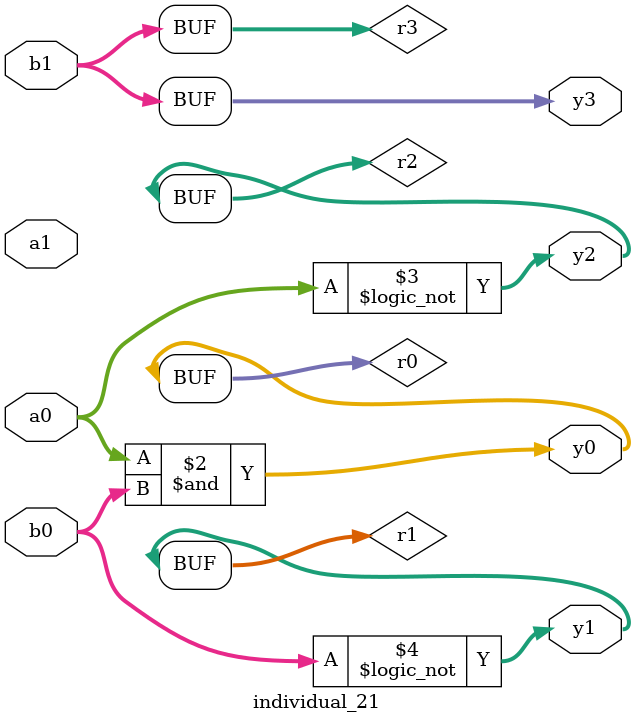
<source format=sv>
module individual_21(input logic [15:0] a1, input logic [15:0] a0, input logic [15:0] b1, input logic [15:0] b0, output logic [15:0] y3, output logic [15:0] y2, output logic [15:0] y1, output logic [15:0] y0);
logic [15:0] r0, r1, r2, r3; 
 always@(*) begin 
	 r0 = a0; r1 = a1; r2 = b0; r3 = b1; 
 	 r0  &=  b0 ;
 	 r2 = ! a0 ;
 	 r1 = ! b0 ;
 	 y3 = r3; y2 = r2; y1 = r1; y0 = r0; 
end
endmodule
</source>
